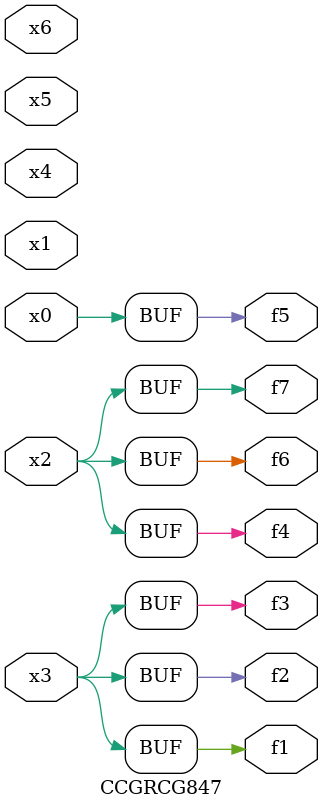
<source format=v>
module CCGRCG847(
	input x0, x1, x2, x3, x4, x5, x6,
	output f1, f2, f3, f4, f5, f6, f7
);
	assign f1 = x3;
	assign f2 = x3;
	assign f3 = x3;
	assign f4 = x2;
	assign f5 = x0;
	assign f6 = x2;
	assign f7 = x2;
endmodule

</source>
